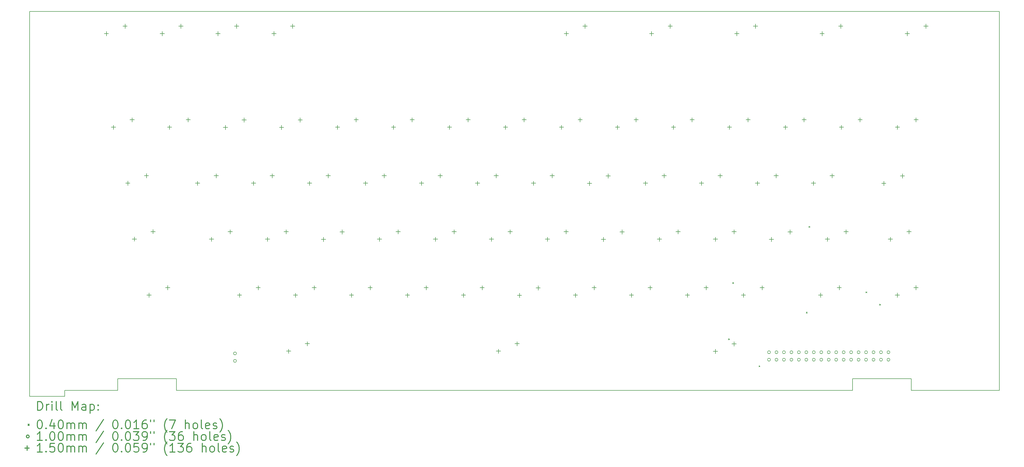
<source format=gbr>
%FSLAX45Y45*%
G04 Gerber Fmt 4.5, Leading zero omitted, Abs format (unit mm)*
G04 Created by KiCad (PCBNEW 5.0.2+dfsg1-1) date Tue 29 Dec 2020 05:37:10 PM CET*
%MOMM*%
%LPD*%
G01*
G04 APERTURE LIST*
%ADD10C,0.200000*%
%ADD11C,0.300000*%
G04 APERTURE END LIST*
D10*
X4700000Y-21600000D02*
X4700000Y-8500000D01*
X5900000Y-21600000D02*
X4700000Y-21600000D01*
X5900000Y-21400000D02*
X5900000Y-21600000D01*
X7700000Y-21400000D02*
X5900000Y-21400000D01*
X7700000Y-21000000D02*
X7700000Y-21400000D01*
X9700000Y-21000000D02*
X7700000Y-21000000D01*
X9700000Y-21400000D02*
X9700000Y-21000000D01*
X32700000Y-21400000D02*
X9700000Y-21400000D01*
X32700000Y-21000000D02*
X32700000Y-21400000D01*
X34700000Y-21000000D02*
X32700000Y-21000000D01*
X34700000Y-21400000D02*
X34700000Y-21000000D01*
X37700000Y-21400000D02*
X34700000Y-21400000D01*
X37700000Y-8500000D02*
X37700000Y-21400000D01*
X4700000Y-8500000D02*
X37700000Y-8500000D01*
D10*
X28480720Y-19639460D02*
X28520720Y-19679460D01*
X28520720Y-19639460D02*
X28480720Y-19679460D01*
X28617880Y-17725550D02*
X28657880Y-17765550D01*
X28657880Y-17725550D02*
X28617880Y-17765550D01*
X29516110Y-20555380D02*
X29556110Y-20595380D01*
X29556110Y-20555380D02*
X29516110Y-20595380D01*
X31123860Y-18732470D02*
X31163860Y-18772470D01*
X31163860Y-18732470D02*
X31123860Y-18772470D01*
X31213020Y-15815520D02*
X31253020Y-15855520D01*
X31253020Y-15815520D02*
X31213020Y-15855520D01*
X33151670Y-18041440D02*
X33191670Y-18081440D01*
X33191670Y-18041440D02*
X33151670Y-18081440D01*
X33619930Y-18460040D02*
X33659930Y-18500040D01*
X33659930Y-18460040D02*
X33619930Y-18500040D01*
X11740000Y-20140000D02*
G75*
G03X11740000Y-20140000I-50000J0D01*
G01*
X11740000Y-20394000D02*
G75*
G03X11740000Y-20394000I-50000J0D01*
G01*
X29910000Y-20100000D02*
G75*
G03X29910000Y-20100000I-50000J0D01*
G01*
X29910000Y-20354000D02*
G75*
G03X29910000Y-20354000I-50000J0D01*
G01*
X30164000Y-20100000D02*
G75*
G03X30164000Y-20100000I-50000J0D01*
G01*
X30164000Y-20354000D02*
G75*
G03X30164000Y-20354000I-50000J0D01*
G01*
X30418000Y-20100000D02*
G75*
G03X30418000Y-20100000I-50000J0D01*
G01*
X30418000Y-20354000D02*
G75*
G03X30418000Y-20354000I-50000J0D01*
G01*
X30672000Y-20100000D02*
G75*
G03X30672000Y-20100000I-50000J0D01*
G01*
X30672000Y-20354000D02*
G75*
G03X30672000Y-20354000I-50000J0D01*
G01*
X30926000Y-20100000D02*
G75*
G03X30926000Y-20100000I-50000J0D01*
G01*
X30926000Y-20354000D02*
G75*
G03X30926000Y-20354000I-50000J0D01*
G01*
X31180000Y-20100000D02*
G75*
G03X31180000Y-20100000I-50000J0D01*
G01*
X31180000Y-20354000D02*
G75*
G03X31180000Y-20354000I-50000J0D01*
G01*
X31434000Y-20100000D02*
G75*
G03X31434000Y-20100000I-50000J0D01*
G01*
X31434000Y-20354000D02*
G75*
G03X31434000Y-20354000I-50000J0D01*
G01*
X31688000Y-20100000D02*
G75*
G03X31688000Y-20100000I-50000J0D01*
G01*
X31688000Y-20354000D02*
G75*
G03X31688000Y-20354000I-50000J0D01*
G01*
X31942000Y-20100000D02*
G75*
G03X31942000Y-20100000I-50000J0D01*
G01*
X31942000Y-20354000D02*
G75*
G03X31942000Y-20354000I-50000J0D01*
G01*
X32196000Y-20100000D02*
G75*
G03X32196000Y-20100000I-50000J0D01*
G01*
X32196000Y-20354000D02*
G75*
G03X32196000Y-20354000I-50000J0D01*
G01*
X32450000Y-20100000D02*
G75*
G03X32450000Y-20100000I-50000J0D01*
G01*
X32450000Y-20354000D02*
G75*
G03X32450000Y-20354000I-50000J0D01*
G01*
X32704000Y-20100000D02*
G75*
G03X32704000Y-20100000I-50000J0D01*
G01*
X32704000Y-20354000D02*
G75*
G03X32704000Y-20354000I-50000J0D01*
G01*
X32958000Y-20100000D02*
G75*
G03X32958000Y-20100000I-50000J0D01*
G01*
X32958000Y-20354000D02*
G75*
G03X32958000Y-20354000I-50000J0D01*
G01*
X33212000Y-20100000D02*
G75*
G03X33212000Y-20100000I-50000J0D01*
G01*
X33212000Y-20354000D02*
G75*
G03X33212000Y-20354000I-50000J0D01*
G01*
X33466000Y-20100000D02*
G75*
G03X33466000Y-20100000I-50000J0D01*
G01*
X33466000Y-20354000D02*
G75*
G03X33466000Y-20354000I-50000J0D01*
G01*
X33720000Y-20100000D02*
G75*
G03X33720000Y-20100000I-50000J0D01*
G01*
X33720000Y-20354000D02*
G75*
G03X33720000Y-20354000I-50000J0D01*
G01*
X33974000Y-20100000D02*
G75*
G03X33974000Y-20100000I-50000J0D01*
G01*
X33974000Y-20354000D02*
G75*
G03X33974000Y-20354000I-50000J0D01*
G01*
X33990000Y-16179000D02*
X33990000Y-16329000D01*
X33915000Y-16254000D02*
X34065000Y-16254000D01*
X34625000Y-15925000D02*
X34625000Y-16075000D01*
X34550000Y-16000000D02*
X34700000Y-16000000D01*
X9215000Y-9179000D02*
X9215000Y-9329000D01*
X9140000Y-9254000D02*
X9290000Y-9254000D01*
X9850000Y-8925000D02*
X9850000Y-9075000D01*
X9775000Y-9000000D02*
X9925000Y-9000000D01*
X12320000Y-14274000D02*
X12320000Y-14424000D01*
X12245000Y-14349000D02*
X12395000Y-14349000D01*
X12955000Y-14020000D02*
X12955000Y-14170000D01*
X12880000Y-14095000D02*
X13030000Y-14095000D01*
X19940000Y-14274000D02*
X19940000Y-14424000D01*
X19865000Y-14349000D02*
X20015000Y-14349000D01*
X20575000Y-14020000D02*
X20575000Y-14170000D01*
X20500000Y-14095000D02*
X20650000Y-14095000D01*
X31665000Y-9179000D02*
X31665000Y-9329000D01*
X31590000Y-9254000D02*
X31740000Y-9254000D01*
X32300000Y-8925000D02*
X32300000Y-9075000D01*
X32225000Y-9000000D02*
X32375000Y-9000000D01*
X17085000Y-12369000D02*
X17085000Y-12519000D01*
X17010000Y-12444000D02*
X17160000Y-12444000D01*
X17720000Y-12115000D02*
X17720000Y-12265000D01*
X17645000Y-12190000D02*
X17795000Y-12190000D01*
X20420000Y-16179000D02*
X20420000Y-16329000D01*
X20345000Y-16254000D02*
X20495000Y-16254000D01*
X21055000Y-15925000D02*
X21055000Y-16075000D01*
X20980000Y-16000000D02*
X21130000Y-16000000D01*
X33765000Y-14279000D02*
X33765000Y-14429000D01*
X33690000Y-14354000D02*
X33840000Y-14354000D01*
X34400000Y-14025000D02*
X34400000Y-14175000D01*
X34325000Y-14100000D02*
X34475000Y-14100000D01*
X30420000Y-12369000D02*
X30420000Y-12519000D01*
X30345000Y-12444000D02*
X30495000Y-12444000D01*
X31055000Y-12115000D02*
X31055000Y-12265000D01*
X30980000Y-12190000D02*
X31130000Y-12190000D01*
X14225000Y-14274000D02*
X14225000Y-14424000D01*
X14150000Y-14349000D02*
X14300000Y-14349000D01*
X14860000Y-14020000D02*
X14860000Y-14170000D01*
X14785000Y-14095000D02*
X14935000Y-14095000D01*
X21370000Y-18089000D02*
X21370000Y-18239000D01*
X21295000Y-18164000D02*
X21445000Y-18164000D01*
X22005000Y-17835000D02*
X22005000Y-17985000D01*
X21930000Y-17910000D02*
X22080000Y-17910000D01*
X34230000Y-12369000D02*
X34230000Y-12519000D01*
X34155000Y-12444000D02*
X34305000Y-12444000D01*
X34865000Y-12115000D02*
X34865000Y-12265000D01*
X34790000Y-12190000D02*
X34940000Y-12190000D01*
X25655000Y-14274000D02*
X25655000Y-14424000D01*
X25580000Y-14349000D02*
X25730000Y-14349000D01*
X26290000Y-14020000D02*
X26290000Y-14170000D01*
X26215000Y-14095000D02*
X26365000Y-14095000D01*
X28515000Y-12369000D02*
X28515000Y-12519000D01*
X28440000Y-12444000D02*
X28590000Y-12444000D01*
X29150000Y-12115000D02*
X29150000Y-12265000D01*
X29075000Y-12190000D02*
X29225000Y-12190000D01*
X22965000Y-9179000D02*
X22965000Y-9329000D01*
X22890000Y-9254000D02*
X23040000Y-9254000D01*
X23600000Y-8925000D02*
X23600000Y-9075000D01*
X23525000Y-9000000D02*
X23675000Y-9000000D01*
X22325000Y-16179000D02*
X22325000Y-16329000D01*
X22250000Y-16254000D02*
X22400000Y-16254000D01*
X22960000Y-15925000D02*
X22960000Y-16075000D01*
X22885000Y-16000000D02*
X23035000Y-16000000D01*
X19465000Y-18084000D02*
X19465000Y-18234000D01*
X19390000Y-18159000D02*
X19540000Y-18159000D01*
X20100000Y-17830000D02*
X20100000Y-17980000D01*
X20025000Y-17905000D02*
X20175000Y-17905000D01*
X14704000Y-16181000D02*
X14704000Y-16331000D01*
X14629000Y-16256000D02*
X14779000Y-16256000D01*
X15339000Y-15927000D02*
X15339000Y-16077000D01*
X15264000Y-16002000D02*
X15414000Y-16002000D01*
X34565000Y-9179000D02*
X34565000Y-9329000D01*
X34490000Y-9254000D02*
X34640000Y-9254000D01*
X35200000Y-8925000D02*
X35200000Y-9075000D01*
X35125000Y-9000000D02*
X35275000Y-9000000D01*
X28990000Y-18084000D02*
X28990000Y-18234000D01*
X28915000Y-18159000D02*
X29065000Y-18159000D01*
X29625000Y-17830000D02*
X29625000Y-17980000D01*
X29550000Y-17905000D02*
X29700000Y-17905000D01*
X25180000Y-18084000D02*
X25180000Y-18234000D01*
X25105000Y-18159000D02*
X25255000Y-18159000D01*
X25815000Y-17830000D02*
X25815000Y-17980000D01*
X25740000Y-17905000D02*
X25890000Y-17905000D01*
X23275000Y-18084000D02*
X23275000Y-18234000D01*
X23200000Y-18159000D02*
X23350000Y-18159000D01*
X23910000Y-17830000D02*
X23910000Y-17980000D01*
X23835000Y-17905000D02*
X23985000Y-17905000D01*
X25865000Y-9179000D02*
X25865000Y-9329000D01*
X25790000Y-9254000D02*
X25940000Y-9254000D01*
X26500000Y-8925000D02*
X26500000Y-9075000D01*
X26425000Y-9000000D02*
X26575000Y-9000000D01*
X12800000Y-16179000D02*
X12800000Y-16329000D01*
X12725000Y-16254000D02*
X12875000Y-16254000D01*
X13435000Y-15925000D02*
X13435000Y-16075000D01*
X13360000Y-16000000D02*
X13510000Y-16000000D01*
X18515000Y-16179000D02*
X18515000Y-16329000D01*
X18440000Y-16254000D02*
X18590000Y-16254000D01*
X19150000Y-15925000D02*
X19150000Y-16075000D01*
X19075000Y-16000000D02*
X19225000Y-16000000D01*
X31615000Y-18079000D02*
X31615000Y-18229000D01*
X31540000Y-18154000D02*
X31690000Y-18154000D01*
X32250000Y-17825000D02*
X32250000Y-17975000D01*
X32175000Y-17900000D02*
X32325000Y-17900000D01*
X16610000Y-16179000D02*
X16610000Y-16329000D01*
X16535000Y-16254000D02*
X16685000Y-16254000D01*
X17245000Y-15925000D02*
X17245000Y-16075000D01*
X17170000Y-16000000D02*
X17320000Y-16000000D01*
X11369000Y-12371000D02*
X11369000Y-12521000D01*
X11294000Y-12446000D02*
X11444000Y-12446000D01*
X12004000Y-12117000D02*
X12004000Y-12267000D01*
X11929000Y-12192000D02*
X12079000Y-12192000D01*
X17560000Y-18084000D02*
X17560000Y-18234000D01*
X17485000Y-18159000D02*
X17635000Y-18159000D01*
X18195000Y-17830000D02*
X18195000Y-17980000D01*
X18120000Y-17905000D02*
X18270000Y-17905000D01*
X10890000Y-16179000D02*
X10890000Y-16329000D01*
X10815000Y-16254000D02*
X10965000Y-16254000D01*
X11525000Y-15925000D02*
X11525000Y-16075000D01*
X11450000Y-16000000D02*
X11600000Y-16000000D01*
X26610000Y-12369000D02*
X26610000Y-12519000D01*
X26535000Y-12444000D02*
X26685000Y-12444000D01*
X27245000Y-12115000D02*
X27245000Y-12265000D01*
X27170000Y-12190000D02*
X27320000Y-12190000D01*
X22800000Y-12369000D02*
X22800000Y-12519000D01*
X22725000Y-12444000D02*
X22875000Y-12444000D01*
X23435000Y-12115000D02*
X23435000Y-12265000D01*
X23360000Y-12190000D02*
X23510000Y-12190000D01*
X24227000Y-16181000D02*
X24227000Y-16331000D01*
X24152000Y-16256000D02*
X24302000Y-16256000D01*
X24862000Y-15927000D02*
X24862000Y-16077000D01*
X24787000Y-16002000D02*
X24937000Y-16002000D01*
X31850000Y-16179000D02*
X31850000Y-16329000D01*
X31775000Y-16254000D02*
X31925000Y-16254000D01*
X32485000Y-15925000D02*
X32485000Y-16075000D01*
X32410000Y-16000000D02*
X32560000Y-16000000D01*
X31370000Y-14274000D02*
X31370000Y-14424000D01*
X31295000Y-14349000D02*
X31445000Y-14349000D01*
X32005000Y-14020000D02*
X32005000Y-14170000D01*
X31930000Y-14095000D02*
X32080000Y-14095000D01*
X28036500Y-19993500D02*
X28036500Y-20143500D01*
X27961500Y-20068500D02*
X28111500Y-20068500D01*
X28671500Y-19739500D02*
X28671500Y-19889500D01*
X28596500Y-19814500D02*
X28746500Y-19814500D01*
X27085000Y-18084000D02*
X27085000Y-18234000D01*
X27010000Y-18159000D02*
X27160000Y-18159000D01*
X27720000Y-17830000D02*
X27720000Y-17980000D01*
X27645000Y-17905000D02*
X27795000Y-17905000D01*
X16130000Y-14274000D02*
X16130000Y-14424000D01*
X16055000Y-14349000D02*
X16205000Y-14349000D01*
X16765000Y-14020000D02*
X16765000Y-14170000D01*
X16690000Y-14095000D02*
X16840000Y-14095000D01*
X13515000Y-19989000D02*
X13515000Y-20139000D01*
X13440000Y-20064000D02*
X13590000Y-20064000D01*
X14150000Y-19735000D02*
X14150000Y-19885000D01*
X14075000Y-19810000D02*
X14225000Y-19810000D01*
X28765000Y-9179000D02*
X28765000Y-9329000D01*
X28690000Y-9254000D02*
X28840000Y-9254000D01*
X29400000Y-8925000D02*
X29400000Y-9075000D01*
X29325000Y-9000000D02*
X29475000Y-9000000D01*
X27560000Y-14274000D02*
X27560000Y-14424000D01*
X27485000Y-14349000D02*
X27635000Y-14349000D01*
X28195000Y-14020000D02*
X28195000Y-14170000D01*
X28120000Y-14095000D02*
X28270000Y-14095000D01*
X15180000Y-12369000D02*
X15180000Y-12519000D01*
X15105000Y-12444000D02*
X15255000Y-12444000D01*
X15815000Y-12115000D02*
X15815000Y-12265000D01*
X15740000Y-12190000D02*
X15890000Y-12190000D01*
X18990000Y-12369000D02*
X18990000Y-12519000D01*
X18915000Y-12444000D02*
X19065000Y-12444000D01*
X19625000Y-12115000D02*
X19625000Y-12265000D01*
X19550000Y-12190000D02*
X19700000Y-12190000D01*
X8269000Y-16171000D02*
X8269000Y-16321000D01*
X8194000Y-16246000D02*
X8344000Y-16246000D01*
X8904000Y-15917000D02*
X8904000Y-16067000D01*
X8829000Y-15992000D02*
X8979000Y-15992000D01*
X11115000Y-9179000D02*
X11115000Y-9329000D01*
X11040000Y-9254000D02*
X11190000Y-9254000D01*
X11750000Y-8925000D02*
X11750000Y-9075000D01*
X11675000Y-9000000D02*
X11825000Y-9000000D01*
X29465000Y-14274000D02*
X29465000Y-14424000D01*
X29390000Y-14349000D02*
X29540000Y-14349000D01*
X30100000Y-14020000D02*
X30100000Y-14170000D01*
X30025000Y-14095000D02*
X30175000Y-14095000D01*
X18035000Y-14274000D02*
X18035000Y-14424000D01*
X17960000Y-14349000D02*
X18110000Y-14349000D01*
X18670000Y-14020000D02*
X18670000Y-14170000D01*
X18595000Y-14095000D02*
X18745000Y-14095000D01*
X7315000Y-9179000D02*
X7315000Y-9329000D01*
X7240000Y-9254000D02*
X7390000Y-9254000D01*
X7950000Y-8925000D02*
X7950000Y-9075000D01*
X7875000Y-9000000D02*
X8025000Y-9000000D01*
X24705000Y-12369000D02*
X24705000Y-12519000D01*
X24630000Y-12444000D02*
X24780000Y-12444000D01*
X25340000Y-12115000D02*
X25340000Y-12265000D01*
X25265000Y-12190000D02*
X25415000Y-12190000D01*
X32325000Y-12369000D02*
X32325000Y-12519000D01*
X32250000Y-12444000D02*
X32400000Y-12444000D01*
X32960000Y-12115000D02*
X32960000Y-12265000D01*
X32885000Y-12190000D02*
X33035000Y-12190000D01*
X23752000Y-14276000D02*
X23752000Y-14426000D01*
X23677000Y-14351000D02*
X23827000Y-14351000D01*
X24387000Y-14022000D02*
X24387000Y-14172000D01*
X24312000Y-14097000D02*
X24462000Y-14097000D01*
X21845000Y-14274000D02*
X21845000Y-14424000D01*
X21770000Y-14349000D02*
X21920000Y-14349000D01*
X22480000Y-14020000D02*
X22480000Y-14170000D01*
X22405000Y-14095000D02*
X22555000Y-14095000D01*
X15655000Y-18084000D02*
X15655000Y-18234000D01*
X15580000Y-18159000D02*
X15730000Y-18159000D01*
X16290000Y-17830000D02*
X16290000Y-17980000D01*
X16215000Y-17905000D02*
X16365000Y-17905000D01*
X7555000Y-12369000D02*
X7555000Y-12519000D01*
X7480000Y-12444000D02*
X7630000Y-12444000D01*
X8190000Y-12115000D02*
X8190000Y-12265000D01*
X8115000Y-12190000D02*
X8265000Y-12190000D01*
X10420000Y-14274000D02*
X10420000Y-14424000D01*
X10345000Y-14349000D02*
X10495000Y-14349000D01*
X11055000Y-14020000D02*
X11055000Y-14170000D01*
X10980000Y-14095000D02*
X11130000Y-14095000D01*
X8044000Y-14271000D02*
X8044000Y-14421000D01*
X7969000Y-14346000D02*
X8119000Y-14346000D01*
X8679000Y-14017000D02*
X8679000Y-14167000D01*
X8604000Y-14092000D02*
X8754000Y-14092000D01*
X9465000Y-12369000D02*
X9465000Y-12519000D01*
X9390000Y-12444000D02*
X9540000Y-12444000D01*
X10100000Y-12115000D02*
X10100000Y-12265000D01*
X10025000Y-12190000D02*
X10175000Y-12190000D01*
X13275000Y-12371000D02*
X13275000Y-12521000D01*
X13200000Y-12446000D02*
X13350000Y-12446000D01*
X13910000Y-12117000D02*
X13910000Y-12267000D01*
X13835000Y-12192000D02*
X13985000Y-12192000D01*
X20895000Y-12369000D02*
X20895000Y-12519000D01*
X20820000Y-12444000D02*
X20970000Y-12444000D01*
X21530000Y-12115000D02*
X21530000Y-12265000D01*
X21455000Y-12190000D02*
X21605000Y-12190000D01*
X34225000Y-18079000D02*
X34225000Y-18229000D01*
X34150000Y-18154000D02*
X34300000Y-18154000D01*
X34860000Y-17825000D02*
X34860000Y-17975000D01*
X34785000Y-17900000D02*
X34935000Y-17900000D01*
X26135000Y-16179000D02*
X26135000Y-16329000D01*
X26060000Y-16254000D02*
X26210000Y-16254000D01*
X26770000Y-15925000D02*
X26770000Y-16075000D01*
X26695000Y-16000000D02*
X26845000Y-16000000D01*
X8765000Y-18079000D02*
X8765000Y-18229000D01*
X8690000Y-18154000D02*
X8840000Y-18154000D01*
X9400000Y-17825000D02*
X9400000Y-17975000D01*
X9325000Y-17900000D02*
X9475000Y-17900000D01*
X29940000Y-16184000D02*
X29940000Y-16334000D01*
X29865000Y-16259000D02*
X30015000Y-16259000D01*
X30575000Y-15930000D02*
X30575000Y-16080000D01*
X30500000Y-16005000D02*
X30650000Y-16005000D01*
X11845000Y-18084000D02*
X11845000Y-18234000D01*
X11770000Y-18159000D02*
X11920000Y-18159000D01*
X12480000Y-17830000D02*
X12480000Y-17980000D01*
X12405000Y-17905000D02*
X12555000Y-17905000D01*
X28040000Y-16179000D02*
X28040000Y-16329000D01*
X27965000Y-16254000D02*
X28115000Y-16254000D01*
X28675000Y-15925000D02*
X28675000Y-16075000D01*
X28600000Y-16000000D02*
X28750000Y-16000000D01*
X13015000Y-9179000D02*
X13015000Y-9329000D01*
X12940000Y-9254000D02*
X13090000Y-9254000D01*
X13650000Y-8925000D02*
X13650000Y-9075000D01*
X13575000Y-9000000D02*
X13725000Y-9000000D01*
X20655000Y-19989000D02*
X20655000Y-20139000D01*
X20580000Y-20064000D02*
X20730000Y-20064000D01*
X21290000Y-19735000D02*
X21290000Y-19885000D01*
X21215000Y-19810000D02*
X21365000Y-19810000D01*
X13750000Y-18084000D02*
X13750000Y-18234000D01*
X13675000Y-18159000D02*
X13825000Y-18159000D01*
X14385000Y-17830000D02*
X14385000Y-17980000D01*
X14310000Y-17905000D02*
X14460000Y-17905000D01*
D11*
X4976428Y-22075714D02*
X4976428Y-21775714D01*
X5047857Y-21775714D01*
X5090714Y-21790000D01*
X5119286Y-21818572D01*
X5133571Y-21847143D01*
X5147857Y-21904286D01*
X5147857Y-21947143D01*
X5133571Y-22004286D01*
X5119286Y-22032857D01*
X5090714Y-22061429D01*
X5047857Y-22075714D01*
X4976428Y-22075714D01*
X5276428Y-22075714D02*
X5276428Y-21875714D01*
X5276428Y-21932857D02*
X5290714Y-21904286D01*
X5305000Y-21890000D01*
X5333571Y-21875714D01*
X5362143Y-21875714D01*
X5462143Y-22075714D02*
X5462143Y-21875714D01*
X5462143Y-21775714D02*
X5447857Y-21790000D01*
X5462143Y-21804286D01*
X5476428Y-21790000D01*
X5462143Y-21775714D01*
X5462143Y-21804286D01*
X5647857Y-22075714D02*
X5619286Y-22061429D01*
X5605000Y-22032857D01*
X5605000Y-21775714D01*
X5805000Y-22075714D02*
X5776428Y-22061429D01*
X5762143Y-22032857D01*
X5762143Y-21775714D01*
X6147857Y-22075714D02*
X6147857Y-21775714D01*
X6247857Y-21990000D01*
X6347857Y-21775714D01*
X6347857Y-22075714D01*
X6619286Y-22075714D02*
X6619286Y-21918572D01*
X6605000Y-21890000D01*
X6576428Y-21875714D01*
X6519286Y-21875714D01*
X6490714Y-21890000D01*
X6619286Y-22061429D02*
X6590714Y-22075714D01*
X6519286Y-22075714D01*
X6490714Y-22061429D01*
X6476428Y-22032857D01*
X6476428Y-22004286D01*
X6490714Y-21975714D01*
X6519286Y-21961429D01*
X6590714Y-21961429D01*
X6619286Y-21947143D01*
X6762143Y-21875714D02*
X6762143Y-22175714D01*
X6762143Y-21890000D02*
X6790714Y-21875714D01*
X6847857Y-21875714D01*
X6876428Y-21890000D01*
X6890714Y-21904286D01*
X6905000Y-21932857D01*
X6905000Y-22018572D01*
X6890714Y-22047143D01*
X6876428Y-22061429D01*
X6847857Y-22075714D01*
X6790714Y-22075714D01*
X6762143Y-22061429D01*
X7033571Y-22047143D02*
X7047857Y-22061429D01*
X7033571Y-22075714D01*
X7019286Y-22061429D01*
X7033571Y-22047143D01*
X7033571Y-22075714D01*
X7033571Y-21890000D02*
X7047857Y-21904286D01*
X7033571Y-21918572D01*
X7019286Y-21904286D01*
X7033571Y-21890000D01*
X7033571Y-21918572D01*
X4650000Y-22550000D02*
X4690000Y-22590000D01*
X4690000Y-22550000D02*
X4650000Y-22590000D01*
X5033571Y-22405714D02*
X5062143Y-22405714D01*
X5090714Y-22420000D01*
X5105000Y-22434286D01*
X5119286Y-22462857D01*
X5133571Y-22520000D01*
X5133571Y-22591429D01*
X5119286Y-22648571D01*
X5105000Y-22677143D01*
X5090714Y-22691429D01*
X5062143Y-22705714D01*
X5033571Y-22705714D01*
X5005000Y-22691429D01*
X4990714Y-22677143D01*
X4976428Y-22648571D01*
X4962143Y-22591429D01*
X4962143Y-22520000D01*
X4976428Y-22462857D01*
X4990714Y-22434286D01*
X5005000Y-22420000D01*
X5033571Y-22405714D01*
X5262143Y-22677143D02*
X5276428Y-22691429D01*
X5262143Y-22705714D01*
X5247857Y-22691429D01*
X5262143Y-22677143D01*
X5262143Y-22705714D01*
X5533571Y-22505714D02*
X5533571Y-22705714D01*
X5462143Y-22391429D02*
X5390714Y-22605714D01*
X5576428Y-22605714D01*
X5747857Y-22405714D02*
X5776428Y-22405714D01*
X5805000Y-22420000D01*
X5819286Y-22434286D01*
X5833571Y-22462857D01*
X5847857Y-22520000D01*
X5847857Y-22591429D01*
X5833571Y-22648571D01*
X5819286Y-22677143D01*
X5805000Y-22691429D01*
X5776428Y-22705714D01*
X5747857Y-22705714D01*
X5719286Y-22691429D01*
X5705000Y-22677143D01*
X5690714Y-22648571D01*
X5676428Y-22591429D01*
X5676428Y-22520000D01*
X5690714Y-22462857D01*
X5705000Y-22434286D01*
X5719286Y-22420000D01*
X5747857Y-22405714D01*
X5976428Y-22705714D02*
X5976428Y-22505714D01*
X5976428Y-22534286D02*
X5990714Y-22520000D01*
X6019286Y-22505714D01*
X6062143Y-22505714D01*
X6090714Y-22520000D01*
X6105000Y-22548571D01*
X6105000Y-22705714D01*
X6105000Y-22548571D02*
X6119286Y-22520000D01*
X6147857Y-22505714D01*
X6190714Y-22505714D01*
X6219286Y-22520000D01*
X6233571Y-22548571D01*
X6233571Y-22705714D01*
X6376428Y-22705714D02*
X6376428Y-22505714D01*
X6376428Y-22534286D02*
X6390714Y-22520000D01*
X6419286Y-22505714D01*
X6462143Y-22505714D01*
X6490714Y-22520000D01*
X6505000Y-22548571D01*
X6505000Y-22705714D01*
X6505000Y-22548571D02*
X6519286Y-22520000D01*
X6547857Y-22505714D01*
X6590714Y-22505714D01*
X6619286Y-22520000D01*
X6633571Y-22548571D01*
X6633571Y-22705714D01*
X7219286Y-22391429D02*
X6962143Y-22777143D01*
X7605000Y-22405714D02*
X7633571Y-22405714D01*
X7662143Y-22420000D01*
X7676428Y-22434286D01*
X7690714Y-22462857D01*
X7705000Y-22520000D01*
X7705000Y-22591429D01*
X7690714Y-22648571D01*
X7676428Y-22677143D01*
X7662143Y-22691429D01*
X7633571Y-22705714D01*
X7605000Y-22705714D01*
X7576428Y-22691429D01*
X7562143Y-22677143D01*
X7547857Y-22648571D01*
X7533571Y-22591429D01*
X7533571Y-22520000D01*
X7547857Y-22462857D01*
X7562143Y-22434286D01*
X7576428Y-22420000D01*
X7605000Y-22405714D01*
X7833571Y-22677143D02*
X7847857Y-22691429D01*
X7833571Y-22705714D01*
X7819286Y-22691429D01*
X7833571Y-22677143D01*
X7833571Y-22705714D01*
X8033571Y-22405714D02*
X8062143Y-22405714D01*
X8090714Y-22420000D01*
X8105000Y-22434286D01*
X8119286Y-22462857D01*
X8133571Y-22520000D01*
X8133571Y-22591429D01*
X8119286Y-22648571D01*
X8105000Y-22677143D01*
X8090714Y-22691429D01*
X8062143Y-22705714D01*
X8033571Y-22705714D01*
X8005000Y-22691429D01*
X7990714Y-22677143D01*
X7976428Y-22648571D01*
X7962143Y-22591429D01*
X7962143Y-22520000D01*
X7976428Y-22462857D01*
X7990714Y-22434286D01*
X8005000Y-22420000D01*
X8033571Y-22405714D01*
X8419286Y-22705714D02*
X8247857Y-22705714D01*
X8333571Y-22705714D02*
X8333571Y-22405714D01*
X8305000Y-22448571D01*
X8276428Y-22477143D01*
X8247857Y-22491429D01*
X8676428Y-22405714D02*
X8619286Y-22405714D01*
X8590714Y-22420000D01*
X8576428Y-22434286D01*
X8547857Y-22477143D01*
X8533571Y-22534286D01*
X8533571Y-22648571D01*
X8547857Y-22677143D01*
X8562143Y-22691429D01*
X8590714Y-22705714D01*
X8647857Y-22705714D01*
X8676428Y-22691429D01*
X8690714Y-22677143D01*
X8705000Y-22648571D01*
X8705000Y-22577143D01*
X8690714Y-22548571D01*
X8676428Y-22534286D01*
X8647857Y-22520000D01*
X8590714Y-22520000D01*
X8562143Y-22534286D01*
X8547857Y-22548571D01*
X8533571Y-22577143D01*
X8819286Y-22405714D02*
X8819286Y-22462857D01*
X8933571Y-22405714D02*
X8933571Y-22462857D01*
X9376428Y-22820000D02*
X9362143Y-22805714D01*
X9333571Y-22762857D01*
X9319286Y-22734286D01*
X9305000Y-22691429D01*
X9290714Y-22620000D01*
X9290714Y-22562857D01*
X9305000Y-22491429D01*
X9319286Y-22448571D01*
X9333571Y-22420000D01*
X9362143Y-22377143D01*
X9376428Y-22362857D01*
X9462143Y-22405714D02*
X9662143Y-22405714D01*
X9533571Y-22705714D01*
X10005000Y-22705714D02*
X10005000Y-22405714D01*
X10133571Y-22705714D02*
X10133571Y-22548571D01*
X10119286Y-22520000D01*
X10090714Y-22505714D01*
X10047857Y-22505714D01*
X10019286Y-22520000D01*
X10005000Y-22534286D01*
X10319286Y-22705714D02*
X10290714Y-22691429D01*
X10276428Y-22677143D01*
X10262143Y-22648571D01*
X10262143Y-22562857D01*
X10276428Y-22534286D01*
X10290714Y-22520000D01*
X10319286Y-22505714D01*
X10362143Y-22505714D01*
X10390714Y-22520000D01*
X10405000Y-22534286D01*
X10419286Y-22562857D01*
X10419286Y-22648571D01*
X10405000Y-22677143D01*
X10390714Y-22691429D01*
X10362143Y-22705714D01*
X10319286Y-22705714D01*
X10590714Y-22705714D02*
X10562143Y-22691429D01*
X10547857Y-22662857D01*
X10547857Y-22405714D01*
X10819286Y-22691429D02*
X10790714Y-22705714D01*
X10733571Y-22705714D01*
X10705000Y-22691429D01*
X10690714Y-22662857D01*
X10690714Y-22548571D01*
X10705000Y-22520000D01*
X10733571Y-22505714D01*
X10790714Y-22505714D01*
X10819286Y-22520000D01*
X10833571Y-22548571D01*
X10833571Y-22577143D01*
X10690714Y-22605714D01*
X10947857Y-22691429D02*
X10976428Y-22705714D01*
X11033571Y-22705714D01*
X11062143Y-22691429D01*
X11076428Y-22662857D01*
X11076428Y-22648571D01*
X11062143Y-22620000D01*
X11033571Y-22605714D01*
X10990714Y-22605714D01*
X10962143Y-22591429D01*
X10947857Y-22562857D01*
X10947857Y-22548571D01*
X10962143Y-22520000D01*
X10990714Y-22505714D01*
X11033571Y-22505714D01*
X11062143Y-22520000D01*
X11176428Y-22820000D02*
X11190714Y-22805714D01*
X11219286Y-22762857D01*
X11233571Y-22734286D01*
X11247857Y-22691429D01*
X11262143Y-22620000D01*
X11262143Y-22562857D01*
X11247857Y-22491429D01*
X11233571Y-22448571D01*
X11219286Y-22420000D01*
X11190714Y-22377143D01*
X11176428Y-22362857D01*
X4690000Y-22966000D02*
G75*
G03X4690000Y-22966000I-50000J0D01*
G01*
X5133571Y-23101714D02*
X4962143Y-23101714D01*
X5047857Y-23101714D02*
X5047857Y-22801714D01*
X5019286Y-22844571D01*
X4990714Y-22873143D01*
X4962143Y-22887429D01*
X5262143Y-23073143D02*
X5276428Y-23087429D01*
X5262143Y-23101714D01*
X5247857Y-23087429D01*
X5262143Y-23073143D01*
X5262143Y-23101714D01*
X5462143Y-22801714D02*
X5490714Y-22801714D01*
X5519286Y-22816000D01*
X5533571Y-22830286D01*
X5547857Y-22858857D01*
X5562143Y-22916000D01*
X5562143Y-22987429D01*
X5547857Y-23044571D01*
X5533571Y-23073143D01*
X5519286Y-23087429D01*
X5490714Y-23101714D01*
X5462143Y-23101714D01*
X5433571Y-23087429D01*
X5419286Y-23073143D01*
X5405000Y-23044571D01*
X5390714Y-22987429D01*
X5390714Y-22916000D01*
X5405000Y-22858857D01*
X5419286Y-22830286D01*
X5433571Y-22816000D01*
X5462143Y-22801714D01*
X5747857Y-22801714D02*
X5776428Y-22801714D01*
X5805000Y-22816000D01*
X5819286Y-22830286D01*
X5833571Y-22858857D01*
X5847857Y-22916000D01*
X5847857Y-22987429D01*
X5833571Y-23044571D01*
X5819286Y-23073143D01*
X5805000Y-23087429D01*
X5776428Y-23101714D01*
X5747857Y-23101714D01*
X5719286Y-23087429D01*
X5705000Y-23073143D01*
X5690714Y-23044571D01*
X5676428Y-22987429D01*
X5676428Y-22916000D01*
X5690714Y-22858857D01*
X5705000Y-22830286D01*
X5719286Y-22816000D01*
X5747857Y-22801714D01*
X5976428Y-23101714D02*
X5976428Y-22901714D01*
X5976428Y-22930286D02*
X5990714Y-22916000D01*
X6019286Y-22901714D01*
X6062143Y-22901714D01*
X6090714Y-22916000D01*
X6105000Y-22944571D01*
X6105000Y-23101714D01*
X6105000Y-22944571D02*
X6119286Y-22916000D01*
X6147857Y-22901714D01*
X6190714Y-22901714D01*
X6219286Y-22916000D01*
X6233571Y-22944571D01*
X6233571Y-23101714D01*
X6376428Y-23101714D02*
X6376428Y-22901714D01*
X6376428Y-22930286D02*
X6390714Y-22916000D01*
X6419286Y-22901714D01*
X6462143Y-22901714D01*
X6490714Y-22916000D01*
X6505000Y-22944571D01*
X6505000Y-23101714D01*
X6505000Y-22944571D02*
X6519286Y-22916000D01*
X6547857Y-22901714D01*
X6590714Y-22901714D01*
X6619286Y-22916000D01*
X6633571Y-22944571D01*
X6633571Y-23101714D01*
X7219286Y-22787429D02*
X6962143Y-23173143D01*
X7605000Y-22801714D02*
X7633571Y-22801714D01*
X7662143Y-22816000D01*
X7676428Y-22830286D01*
X7690714Y-22858857D01*
X7705000Y-22916000D01*
X7705000Y-22987429D01*
X7690714Y-23044571D01*
X7676428Y-23073143D01*
X7662143Y-23087429D01*
X7633571Y-23101714D01*
X7605000Y-23101714D01*
X7576428Y-23087429D01*
X7562143Y-23073143D01*
X7547857Y-23044571D01*
X7533571Y-22987429D01*
X7533571Y-22916000D01*
X7547857Y-22858857D01*
X7562143Y-22830286D01*
X7576428Y-22816000D01*
X7605000Y-22801714D01*
X7833571Y-23073143D02*
X7847857Y-23087429D01*
X7833571Y-23101714D01*
X7819286Y-23087429D01*
X7833571Y-23073143D01*
X7833571Y-23101714D01*
X8033571Y-22801714D02*
X8062143Y-22801714D01*
X8090714Y-22816000D01*
X8105000Y-22830286D01*
X8119286Y-22858857D01*
X8133571Y-22916000D01*
X8133571Y-22987429D01*
X8119286Y-23044571D01*
X8105000Y-23073143D01*
X8090714Y-23087429D01*
X8062143Y-23101714D01*
X8033571Y-23101714D01*
X8005000Y-23087429D01*
X7990714Y-23073143D01*
X7976428Y-23044571D01*
X7962143Y-22987429D01*
X7962143Y-22916000D01*
X7976428Y-22858857D01*
X7990714Y-22830286D01*
X8005000Y-22816000D01*
X8033571Y-22801714D01*
X8233571Y-22801714D02*
X8419286Y-22801714D01*
X8319286Y-22916000D01*
X8362143Y-22916000D01*
X8390714Y-22930286D01*
X8405000Y-22944571D01*
X8419286Y-22973143D01*
X8419286Y-23044571D01*
X8405000Y-23073143D01*
X8390714Y-23087429D01*
X8362143Y-23101714D01*
X8276428Y-23101714D01*
X8247857Y-23087429D01*
X8233571Y-23073143D01*
X8562143Y-23101714D02*
X8619286Y-23101714D01*
X8647857Y-23087429D01*
X8662143Y-23073143D01*
X8690714Y-23030286D01*
X8705000Y-22973143D01*
X8705000Y-22858857D01*
X8690714Y-22830286D01*
X8676428Y-22816000D01*
X8647857Y-22801714D01*
X8590714Y-22801714D01*
X8562143Y-22816000D01*
X8547857Y-22830286D01*
X8533571Y-22858857D01*
X8533571Y-22930286D01*
X8547857Y-22958857D01*
X8562143Y-22973143D01*
X8590714Y-22987429D01*
X8647857Y-22987429D01*
X8676428Y-22973143D01*
X8690714Y-22958857D01*
X8705000Y-22930286D01*
X8819286Y-22801714D02*
X8819286Y-22858857D01*
X8933571Y-22801714D02*
X8933571Y-22858857D01*
X9376428Y-23216000D02*
X9362143Y-23201714D01*
X9333571Y-23158857D01*
X9319286Y-23130286D01*
X9305000Y-23087429D01*
X9290714Y-23016000D01*
X9290714Y-22958857D01*
X9305000Y-22887429D01*
X9319286Y-22844571D01*
X9333571Y-22816000D01*
X9362143Y-22773143D01*
X9376428Y-22758857D01*
X9462143Y-22801714D02*
X9647857Y-22801714D01*
X9547857Y-22916000D01*
X9590714Y-22916000D01*
X9619286Y-22930286D01*
X9633571Y-22944571D01*
X9647857Y-22973143D01*
X9647857Y-23044571D01*
X9633571Y-23073143D01*
X9619286Y-23087429D01*
X9590714Y-23101714D01*
X9505000Y-23101714D01*
X9476428Y-23087429D01*
X9462143Y-23073143D01*
X9905000Y-22801714D02*
X9847857Y-22801714D01*
X9819286Y-22816000D01*
X9805000Y-22830286D01*
X9776428Y-22873143D01*
X9762143Y-22930286D01*
X9762143Y-23044571D01*
X9776428Y-23073143D01*
X9790714Y-23087429D01*
X9819286Y-23101714D01*
X9876428Y-23101714D01*
X9905000Y-23087429D01*
X9919286Y-23073143D01*
X9933571Y-23044571D01*
X9933571Y-22973143D01*
X9919286Y-22944571D01*
X9905000Y-22930286D01*
X9876428Y-22916000D01*
X9819286Y-22916000D01*
X9790714Y-22930286D01*
X9776428Y-22944571D01*
X9762143Y-22973143D01*
X10290714Y-23101714D02*
X10290714Y-22801714D01*
X10419286Y-23101714D02*
X10419286Y-22944571D01*
X10405000Y-22916000D01*
X10376428Y-22901714D01*
X10333571Y-22901714D01*
X10305000Y-22916000D01*
X10290714Y-22930286D01*
X10605000Y-23101714D02*
X10576428Y-23087429D01*
X10562143Y-23073143D01*
X10547857Y-23044571D01*
X10547857Y-22958857D01*
X10562143Y-22930286D01*
X10576428Y-22916000D01*
X10605000Y-22901714D01*
X10647857Y-22901714D01*
X10676428Y-22916000D01*
X10690714Y-22930286D01*
X10705000Y-22958857D01*
X10705000Y-23044571D01*
X10690714Y-23073143D01*
X10676428Y-23087429D01*
X10647857Y-23101714D01*
X10605000Y-23101714D01*
X10876428Y-23101714D02*
X10847857Y-23087429D01*
X10833571Y-23058857D01*
X10833571Y-22801714D01*
X11105000Y-23087429D02*
X11076428Y-23101714D01*
X11019286Y-23101714D01*
X10990714Y-23087429D01*
X10976428Y-23058857D01*
X10976428Y-22944571D01*
X10990714Y-22916000D01*
X11019286Y-22901714D01*
X11076428Y-22901714D01*
X11105000Y-22916000D01*
X11119286Y-22944571D01*
X11119286Y-22973143D01*
X10976428Y-23001714D01*
X11233571Y-23087429D02*
X11262143Y-23101714D01*
X11319286Y-23101714D01*
X11347857Y-23087429D01*
X11362143Y-23058857D01*
X11362143Y-23044571D01*
X11347857Y-23016000D01*
X11319286Y-23001714D01*
X11276428Y-23001714D01*
X11247857Y-22987429D01*
X11233571Y-22958857D01*
X11233571Y-22944571D01*
X11247857Y-22916000D01*
X11276428Y-22901714D01*
X11319286Y-22901714D01*
X11347857Y-22916000D01*
X11462143Y-23216000D02*
X11476428Y-23201714D01*
X11505000Y-23158857D01*
X11519286Y-23130286D01*
X11533571Y-23087429D01*
X11547857Y-23016000D01*
X11547857Y-22958857D01*
X11533571Y-22887429D01*
X11519286Y-22844571D01*
X11505000Y-22816000D01*
X11476428Y-22773143D01*
X11462143Y-22758857D01*
X4615000Y-23287000D02*
X4615000Y-23437000D01*
X4540000Y-23362000D02*
X4690000Y-23362000D01*
X5133571Y-23497714D02*
X4962143Y-23497714D01*
X5047857Y-23497714D02*
X5047857Y-23197714D01*
X5019286Y-23240571D01*
X4990714Y-23269143D01*
X4962143Y-23283429D01*
X5262143Y-23469143D02*
X5276428Y-23483429D01*
X5262143Y-23497714D01*
X5247857Y-23483429D01*
X5262143Y-23469143D01*
X5262143Y-23497714D01*
X5547857Y-23197714D02*
X5405000Y-23197714D01*
X5390714Y-23340571D01*
X5405000Y-23326286D01*
X5433571Y-23312000D01*
X5505000Y-23312000D01*
X5533571Y-23326286D01*
X5547857Y-23340571D01*
X5562143Y-23369143D01*
X5562143Y-23440571D01*
X5547857Y-23469143D01*
X5533571Y-23483429D01*
X5505000Y-23497714D01*
X5433571Y-23497714D01*
X5405000Y-23483429D01*
X5390714Y-23469143D01*
X5747857Y-23197714D02*
X5776428Y-23197714D01*
X5805000Y-23212000D01*
X5819286Y-23226286D01*
X5833571Y-23254857D01*
X5847857Y-23312000D01*
X5847857Y-23383429D01*
X5833571Y-23440571D01*
X5819286Y-23469143D01*
X5805000Y-23483429D01*
X5776428Y-23497714D01*
X5747857Y-23497714D01*
X5719286Y-23483429D01*
X5705000Y-23469143D01*
X5690714Y-23440571D01*
X5676428Y-23383429D01*
X5676428Y-23312000D01*
X5690714Y-23254857D01*
X5705000Y-23226286D01*
X5719286Y-23212000D01*
X5747857Y-23197714D01*
X5976428Y-23497714D02*
X5976428Y-23297714D01*
X5976428Y-23326286D02*
X5990714Y-23312000D01*
X6019286Y-23297714D01*
X6062143Y-23297714D01*
X6090714Y-23312000D01*
X6105000Y-23340571D01*
X6105000Y-23497714D01*
X6105000Y-23340571D02*
X6119286Y-23312000D01*
X6147857Y-23297714D01*
X6190714Y-23297714D01*
X6219286Y-23312000D01*
X6233571Y-23340571D01*
X6233571Y-23497714D01*
X6376428Y-23497714D02*
X6376428Y-23297714D01*
X6376428Y-23326286D02*
X6390714Y-23312000D01*
X6419286Y-23297714D01*
X6462143Y-23297714D01*
X6490714Y-23312000D01*
X6505000Y-23340571D01*
X6505000Y-23497714D01*
X6505000Y-23340571D02*
X6519286Y-23312000D01*
X6547857Y-23297714D01*
X6590714Y-23297714D01*
X6619286Y-23312000D01*
X6633571Y-23340571D01*
X6633571Y-23497714D01*
X7219286Y-23183429D02*
X6962143Y-23569143D01*
X7605000Y-23197714D02*
X7633571Y-23197714D01*
X7662143Y-23212000D01*
X7676428Y-23226286D01*
X7690714Y-23254857D01*
X7705000Y-23312000D01*
X7705000Y-23383429D01*
X7690714Y-23440571D01*
X7676428Y-23469143D01*
X7662143Y-23483429D01*
X7633571Y-23497714D01*
X7605000Y-23497714D01*
X7576428Y-23483429D01*
X7562143Y-23469143D01*
X7547857Y-23440571D01*
X7533571Y-23383429D01*
X7533571Y-23312000D01*
X7547857Y-23254857D01*
X7562143Y-23226286D01*
X7576428Y-23212000D01*
X7605000Y-23197714D01*
X7833571Y-23469143D02*
X7847857Y-23483429D01*
X7833571Y-23497714D01*
X7819286Y-23483429D01*
X7833571Y-23469143D01*
X7833571Y-23497714D01*
X8033571Y-23197714D02*
X8062143Y-23197714D01*
X8090714Y-23212000D01*
X8105000Y-23226286D01*
X8119286Y-23254857D01*
X8133571Y-23312000D01*
X8133571Y-23383429D01*
X8119286Y-23440571D01*
X8105000Y-23469143D01*
X8090714Y-23483429D01*
X8062143Y-23497714D01*
X8033571Y-23497714D01*
X8005000Y-23483429D01*
X7990714Y-23469143D01*
X7976428Y-23440571D01*
X7962143Y-23383429D01*
X7962143Y-23312000D01*
X7976428Y-23254857D01*
X7990714Y-23226286D01*
X8005000Y-23212000D01*
X8033571Y-23197714D01*
X8405000Y-23197714D02*
X8262143Y-23197714D01*
X8247857Y-23340571D01*
X8262143Y-23326286D01*
X8290714Y-23312000D01*
X8362143Y-23312000D01*
X8390714Y-23326286D01*
X8405000Y-23340571D01*
X8419286Y-23369143D01*
X8419286Y-23440571D01*
X8405000Y-23469143D01*
X8390714Y-23483429D01*
X8362143Y-23497714D01*
X8290714Y-23497714D01*
X8262143Y-23483429D01*
X8247857Y-23469143D01*
X8562143Y-23497714D02*
X8619286Y-23497714D01*
X8647857Y-23483429D01*
X8662143Y-23469143D01*
X8690714Y-23426286D01*
X8705000Y-23369143D01*
X8705000Y-23254857D01*
X8690714Y-23226286D01*
X8676428Y-23212000D01*
X8647857Y-23197714D01*
X8590714Y-23197714D01*
X8562143Y-23212000D01*
X8547857Y-23226286D01*
X8533571Y-23254857D01*
X8533571Y-23326286D01*
X8547857Y-23354857D01*
X8562143Y-23369143D01*
X8590714Y-23383429D01*
X8647857Y-23383429D01*
X8676428Y-23369143D01*
X8690714Y-23354857D01*
X8705000Y-23326286D01*
X8819286Y-23197714D02*
X8819286Y-23254857D01*
X8933571Y-23197714D02*
X8933571Y-23254857D01*
X9376428Y-23612000D02*
X9362143Y-23597714D01*
X9333571Y-23554857D01*
X9319286Y-23526286D01*
X9305000Y-23483429D01*
X9290714Y-23412000D01*
X9290714Y-23354857D01*
X9305000Y-23283429D01*
X9319286Y-23240571D01*
X9333571Y-23212000D01*
X9362143Y-23169143D01*
X9376428Y-23154857D01*
X9647857Y-23497714D02*
X9476428Y-23497714D01*
X9562143Y-23497714D02*
X9562143Y-23197714D01*
X9533571Y-23240571D01*
X9505000Y-23269143D01*
X9476428Y-23283429D01*
X9747857Y-23197714D02*
X9933571Y-23197714D01*
X9833571Y-23312000D01*
X9876428Y-23312000D01*
X9905000Y-23326286D01*
X9919286Y-23340571D01*
X9933571Y-23369143D01*
X9933571Y-23440571D01*
X9919286Y-23469143D01*
X9905000Y-23483429D01*
X9876428Y-23497714D01*
X9790714Y-23497714D01*
X9762143Y-23483429D01*
X9747857Y-23469143D01*
X10190714Y-23197714D02*
X10133571Y-23197714D01*
X10105000Y-23212000D01*
X10090714Y-23226286D01*
X10062143Y-23269143D01*
X10047857Y-23326286D01*
X10047857Y-23440571D01*
X10062143Y-23469143D01*
X10076428Y-23483429D01*
X10105000Y-23497714D01*
X10162143Y-23497714D01*
X10190714Y-23483429D01*
X10205000Y-23469143D01*
X10219286Y-23440571D01*
X10219286Y-23369143D01*
X10205000Y-23340571D01*
X10190714Y-23326286D01*
X10162143Y-23312000D01*
X10105000Y-23312000D01*
X10076428Y-23326286D01*
X10062143Y-23340571D01*
X10047857Y-23369143D01*
X10576428Y-23497714D02*
X10576428Y-23197714D01*
X10705000Y-23497714D02*
X10705000Y-23340571D01*
X10690714Y-23312000D01*
X10662143Y-23297714D01*
X10619286Y-23297714D01*
X10590714Y-23312000D01*
X10576428Y-23326286D01*
X10890714Y-23497714D02*
X10862143Y-23483429D01*
X10847857Y-23469143D01*
X10833571Y-23440571D01*
X10833571Y-23354857D01*
X10847857Y-23326286D01*
X10862143Y-23312000D01*
X10890714Y-23297714D01*
X10933571Y-23297714D01*
X10962143Y-23312000D01*
X10976428Y-23326286D01*
X10990714Y-23354857D01*
X10990714Y-23440571D01*
X10976428Y-23469143D01*
X10962143Y-23483429D01*
X10933571Y-23497714D01*
X10890714Y-23497714D01*
X11162143Y-23497714D02*
X11133571Y-23483429D01*
X11119286Y-23454857D01*
X11119286Y-23197714D01*
X11390714Y-23483429D02*
X11362143Y-23497714D01*
X11305000Y-23497714D01*
X11276428Y-23483429D01*
X11262143Y-23454857D01*
X11262143Y-23340571D01*
X11276428Y-23312000D01*
X11305000Y-23297714D01*
X11362143Y-23297714D01*
X11390714Y-23312000D01*
X11405000Y-23340571D01*
X11405000Y-23369143D01*
X11262143Y-23397714D01*
X11519286Y-23483429D02*
X11547857Y-23497714D01*
X11605000Y-23497714D01*
X11633571Y-23483429D01*
X11647857Y-23454857D01*
X11647857Y-23440571D01*
X11633571Y-23412000D01*
X11605000Y-23397714D01*
X11562143Y-23397714D01*
X11533571Y-23383429D01*
X11519286Y-23354857D01*
X11519286Y-23340571D01*
X11533571Y-23312000D01*
X11562143Y-23297714D01*
X11605000Y-23297714D01*
X11633571Y-23312000D01*
X11747857Y-23612000D02*
X11762143Y-23597714D01*
X11790714Y-23554857D01*
X11805000Y-23526286D01*
X11819286Y-23483429D01*
X11833571Y-23412000D01*
X11833571Y-23354857D01*
X11819286Y-23283429D01*
X11805000Y-23240571D01*
X11790714Y-23212000D01*
X11762143Y-23169143D01*
X11747857Y-23154857D01*
M02*

</source>
